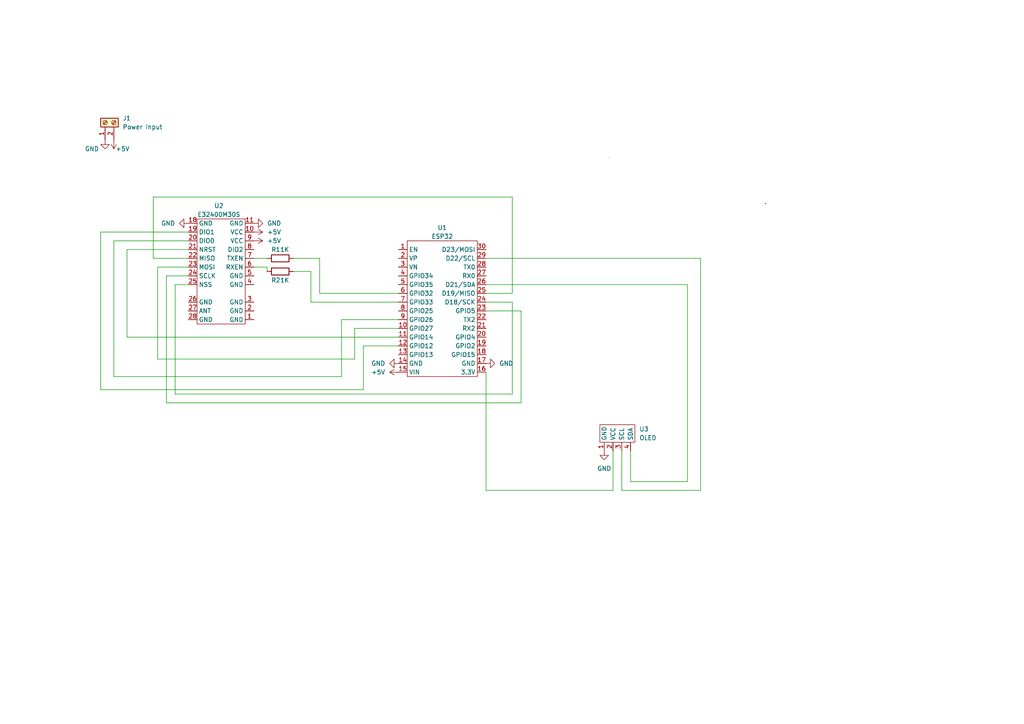
<source format=kicad_sch>
(kicad_sch (version 20211123) (generator eeschema)
  (paper "A4")
  (lib_symbols
    (symbol "Connector:Screw_Terminal_01x02" (pin_names (offset 1.016) hide)
      (property "Reference" "J" (at 0 2.54 0))
      (property "Value" "Screw_Terminal_01x02" (at 0 -5.08 0))
      (symbol "Screw_Terminal_01x02_1_1"
        (rectangle (start -1.27 1.27) (end 1.27 -3.81) (stroke (width 0.254)) (fill (type background)))
        (circle (center 0 -2.54) (radius 0.635) (stroke (width 0.1524)))
        (polyline (pts (xy -0.5334 -2.2098) (xy 0.3302 -3.048)) (stroke (width 0.1524)))
        (polyline (pts (xy -0.5334 0.3302) (xy 0.3302 -0.508)) (stroke (width 0.1524)))
        (polyline (pts (xy -0.3556 -2.032) (xy 0.508 -2.8702)) (stroke (width 0.1524)))
        (polyline (pts (xy -0.3556 0.508) (xy 0.508 -0.3302)) (stroke (width 0.1524)))
        (circle (center 0 0) (radius 0.635) (stroke (width 0.1524)))
        (pin passive line (at -5.08 0 0) (length 3.81) (name "Pin_1") (number "1"))
        (pin passive line (at -5.08 -2.54 0) (length 3.81) (name "Pin_2") (number "2"))
      )
    )
    (symbol "Device:R" (pin_numbers hide) (pin_names (offset 0))
      (property "Reference" "R" (at 2.032 0 90))
      (property "Value" "R" (at 0 0 90))
      (symbol "R_0_1"
        (rectangle (start -1.016 -2.54) (end 1.016 2.54) (stroke (width 0.254)))
      )
      (symbol "R_1_1"
        (pin passive line (at 0 3.81 270) (length 1.27) (name "~") (number "1"))
        (pin passive line (at 0 -3.81 90) (length 1.27) (name "~") (number "2"))
      )
    )
    (symbol "TinyGS:E32400M30S"
      (property "Reference" "U" (at 0 15.24 0))
      (property "Value" "E32400M30S" (at 0 -17.78 0))
      (symbol "E32400M30S_0_1"
        (rectangle (start -6.35 13.97) (end 7.62 -16.51))
        (rectangle (start 113.03 31.75) (end 113.03 31.75))
      )
      (symbol "E32400M30S_1_1"
        (pin input line (at 10.16 -15.24 180) (length 2.54) (name "GND") (number "1"))
        (pin power_in line (at 10.16 10.16 180) (length 2.54) (name "VCC") (number "10"))
        (pin input line (at 10.16 12.7 180) (length 2.54) (name "GND") (number "11"))
        (pin input line (at -8.89 12.7 0) (length 2.54) (name "GND") (number "18"))
        (pin bidirectional line (at -8.89 10.16 0) (length 2.54) (name "DIO1") (number "19"))
        (pin input line (at 10.16 -12.7 180) (length 2.54) (name "GND") (number "2"))
        (pin bidirectional line (at -8.89 7.62 0) (length 2.54) (name "DIO0") (number "20"))
        (pin input line (at -8.89 5.08 0) (length 2.54) (name "NRST") (number "21"))
        (pin output line (at -8.89 2.54 0) (length 2.54) (name "MISO") (number "22"))
        (pin input line (at -8.89 0 0) (length 2.54) (name "MOSI") (number "23"))
        (pin input line (at -8.89 -2.54 0) (length 2.54) (name "SCLK") (number "24"))
        (pin input line (at -8.89 -5.08 0) (length 2.54) (name "NSS") (number "25"))
        (pin input line (at -8.89 -10.16 0) (length 2.54) (name "GND") (number "26"))
        (pin input line (at -8.89 -12.7 0) (length 2.54) (name "ANT") (number "27"))
        (pin input line (at -8.89 -15.24 0) (length 2.54) (name "GND") (number "28"))
        (pin input line (at 10.16 -10.16 180) (length 2.54) (name "GND") (number "3"))
        (pin input line (at 10.16 -5.08 180) (length 2.54) (name "GND") (number "4"))
        (pin input line (at 10.16 -2.54 180) (length 2.54) (name "GND") (number "5"))
        (pin input line (at 10.16 0 180) (length 2.54) (name "RXEN") (number "6"))
        (pin input line (at 10.16 2.54 180) (length 2.54) (name "TXEN") (number "7"))
        (pin bidirectional line (at 10.16 5.08 180) (length 2.54) (name "DIO2") (number "8"))
        (pin power_in line (at 10.16 7.62 180) (length 2.54) (name "VCC") (number "9"))
      )
    )
    (symbol "TinyGS:ESP32"
      (property "Reference" "U" (at 8.89 1.27 0))
      (property "Value" "ESP32" (at 10.1092 -40.132 0))
      (symbol "ESP32_0_1"
        (rectangle (start 0 0) (end 20.32 -39.37))
        (rectangle (start 103.9368 10.8204) (end 103.9368 10.8204))
        (rectangle (start 103.9368 10.8204) (end 103.9368 10.8204))
        (rectangle (start 103.9368 10.8204) (end 103.9368 10.8204))
        (rectangle (start 103.9368 10.8204) (end 103.9368 10.8204))
        (rectangle (start 103.9368 10.8204) (end 103.9368 10.8204))
        (rectangle (start 103.9368 10.8204) (end 103.9368 10.8204))
        (rectangle (start 103.9368 10.8204) (end 103.9368 10.8204))
        (rectangle (start 103.9368 10.8204) (end 103.9368 10.8204))
        (rectangle (start 103.9368 10.8204) (end 103.9368 10.8204))
        (rectangle (start 103.9368 10.8204) (end 103.9368 10.8204))
        (rectangle (start 103.9368 10.8204) (end 103.9368 10.8204) (fill (type outline)))
      )
      (symbol "ESP32_1_1"
        (pin input line (at -2.54 -2.54 0) (length 2.54) (name "EN") (number "1"))
        (pin bidirectional line (at -2.54 -25.4 0) (length 2.54) (name "GPIO27") (number "10"))
        (pin bidirectional line (at -2.54 -27.94 0) (length 2.54) (name "GPIO14") (number "11"))
        (pin bidirectional line (at -2.54 -30.48 0) (length 2.54) (name "GPIO12") (number "12"))
        (pin bidirectional line (at -2.54 -33.02 0) (length 2.54) (name "GPIO13") (number "13"))
        (pin input line (at -2.54 -35.56 0) (length 2.54) (name "GND") (number "14"))
        (pin power_in line (at -2.54 -38.1 0) (length 2.54) (name "VIN") (number "15"))
        (pin power_out line (at 22.86 -38.1 180) (length 2.54) (name "3.3V") (number "16"))
        (pin input line (at 22.86 -35.56 180) (length 2.54) (name "GND") (number "17"))
        (pin bidirectional line (at 22.86 -33.02 180) (length 2.54) (name "GPIO15") (number "18"))
        (pin bidirectional line (at 22.86 -30.48 180) (length 2.54) (name "GPIO2") (number "19"))
        (pin input line (at -2.54 -5.08 0) (length 2.54) (name "VP") (number "2"))
        (pin bidirectional line (at 22.86 -27.94 180) (length 2.54) (name "GPIO4") (number "20"))
        (pin input line (at 22.86 -25.4 180) (length 2.54) (name "RX2") (number "21"))
        (pin output line (at 22.86 -22.86 180) (length 2.54) (name "TX2") (number "22"))
        (pin bidirectional line (at 22.86 -20.32 180) (length 2.54) (name "GPIO5") (number "23"))
        (pin bidirectional line (at 22.86 -17.78 180) (length 2.54) (name "D18/SCK") (number "24"))
        (pin input line (at 22.86 -15.24 180) (length 2.54) (name "D19/MISO") (number "25"))
        (pin bidirectional line (at 22.86 -12.7 180) (length 2.54) (name "D21/SDA") (number "26"))
        (pin input line (at 22.86 -10.16 180) (length 2.54) (name "RX0") (number "27"))
        (pin output line (at 22.86 -7.62 180) (length 2.54) (name "TX0") (number "28"))
        (pin output line (at 22.86 -5.08 180) (length 2.54) (name "D22/SCL") (number "29"))
        (pin input line (at -2.54 -7.62 0) (length 2.54) (name "VN") (number "3"))
        (pin output line (at 22.86 -2.54 180) (length 2.54) (name "D23/MOSI") (number "30"))
        (pin bidirectional line (at -2.54 -10.16 0) (length 2.54) (name "GPIO34") (number "4"))
        (pin bidirectional line (at -2.54 -12.7 0) (length 2.54) (name "GPIO35") (number "5"))
        (pin bidirectional line (at -2.54 -15.24 0) (length 2.54) (name "GPIO32") (number "6"))
        (pin bidirectional line (at -2.54 -17.78 0) (length 2.54) (name "GPIO33") (number "7"))
        (pin bidirectional line (at -2.54 -20.32 0) (length 2.54) (name "GPIO25") (number "8"))
        (pin bidirectional line (at -2.54 -22.86 0) (length 2.54) (name "GPIO26") (number "9"))
      )
    )
    (symbol "TinyGS:OLED"
      (property "Reference" "U" (at 0 0 0))
      (property "Value" "OLED" (at 3.81 0 0))
      (symbol "OLED_0_1"
        (rectangle (start -1.27 -2.54) (end 8.89 -7.62))
      )
      (symbol "OLED_1_1"
        (pin input line (at 0 -10.16 90) (length 2.54) (name "GND") (number "1"))
        (pin power_in line (at 2.54 -10.16 90) (length 2.54) (name "VCC") (number "2"))
        (pin input line (at 5.08 -10.16 90) (length 2.54) (name "SCL") (number "3"))
        (pin bidirectional line (at 7.62 -10.16 90) (length 2.54) (name "SDA") (number "4"))
      )
    )
    (symbol "power:+5V" (power) (pin_names (offset 0))
      (property "Value" "+5V" (at 0 3.556 0))
      (symbol "+5V_0_1"
        (polyline (pts (xy -0.762 1.27) (xy 0 2.54)))
        (polyline (pts (xy 0 0) (xy 0 2.54)))
        (polyline (pts (xy 0 2.54) (xy 0.762 1.27)))
      )
      (symbol "+5V_1_1"
        (pin power_in line (at 0 0 90) (length 0) hide (name "+5V") (number "1"))
      )
    )
    (symbol "power:GND" (power) (pin_names (offset 0))
      (property "Value" "GND" (at 0 -3.81 0))
      (symbol "GND_0_1"
        (polyline (pts (xy 0 0) (xy 0 -1.27) (xy 1.27 -1.27) (xy 0 -2.54) (xy -1.27 -1.27) (xy 0 -1.27)))
      )
      (symbol "GND_1_1"
        (pin power_in line (at 0 0 270) (length 0) hide (name "GND") (number "1"))
      )
    )
  )
  (wire (pts (xy 148.59 57.15) (xy 44.45 57.15)))
  (wire (pts (xy 54.61 72.39) (xy 36.83 72.39)))
  (wire (pts (xy 115.57 92.71) (xy 99.06 92.71)))
  (wire (pts (xy 50.8 114.3) (xy 148.59 114.3)))
  (wire (pts (xy 45.72 77.47) (xy 54.61 77.47)))
  (wire (pts (xy 73.66 74.93) (xy 77.47 74.93)))
  (wire (pts (xy 199.39 82.55) (xy 140.97 82.55)))
  (wire (pts (xy 73.66 77.47) (xy 77.47 77.47)))
  (wire (pts (xy 151.13 116.84) (xy 48.26 116.84)))
  (wire (pts (xy 105.41 113.03) (xy 105.41 100.33)))
  (wire (pts (xy 148.59 114.3) (xy 148.59 87.63)))
  (wire (pts (xy 54.61 82.55) (xy 50.8 82.55)))
  (wire (pts (xy 92.71 85.09) (xy 115.57 85.09)))
  (wire (pts (xy 140.97 107.95) (xy 140.97 142.24)))
  (wire (pts (xy 151.13 90.17) (xy 151.13 116.84)))
  (wire (pts (xy 199.39 139.7) (xy 199.39 82.55)))
  (wire (pts (xy 182.88 139.7) (xy 199.39 139.7)))
  (wire (pts (xy 48.26 116.84) (xy 48.26 80.01)))
  (wire (pts (xy 140.97 90.17) (xy 151.13 90.17)))
  (wire (pts (xy 148.59 87.63) (xy 140.97 87.63)))
  (wire (pts (xy 85.09 74.93) (xy 92.71 74.93)))
  (wire (pts (xy 48.26 80.01) (xy 54.61 80.01)))
  (wire (pts (xy 33.02 69.85) (xy 54.61 69.85)))
  (wire (pts (xy 50.8 82.55) (xy 50.8 114.3)))
  (wire (pts (xy 102.87 104.14) (xy 45.72 104.14)))
  (wire (pts (xy 54.61 67.31) (xy 29.21 67.31)))
  (wire (pts (xy 77.47 77.47) (xy 77.47 78.74)))
  (wire (pts (xy 115.57 95.25) (xy 102.87 95.25)))
  (wire (pts (xy 140.97 85.09) (xy 148.59 85.09)))
  (wire (pts (xy 102.87 95.25) (xy 102.87 104.14)))
  (wire (pts (xy 92.71 74.93) (xy 92.71 85.09)))
  (wire (pts (xy 36.83 97.79) (xy 115.57 97.79)))
  (wire (pts (xy 203.2 142.24) (xy 180.34 142.24)))
  (wire (pts (xy 44.45 57.15) (xy 44.45 74.93)))
  (wire (pts (xy 99.06 109.22) (xy 33.02 109.22)))
  (wire (pts (xy 105.41 100.33) (xy 115.57 100.33)))
  (wire (pts (xy 90.17 87.63) (xy 115.57 87.63)))
  (wire (pts (xy 203.2 74.93) (xy 203.2 142.24)))
  (wire (pts (xy 33.02 109.22) (xy 33.02 69.85)))
  (wire (pts (xy 36.83 72.39) (xy 36.83 97.79)))
  (wire (pts (xy 29.21 67.31) (xy 29.21 113.03)))
  (wire (pts (xy 45.72 104.14) (xy 45.72 77.47)))
  (wire (pts (xy 148.59 85.09) (xy 148.59 57.15)))
  (wire (pts (xy 44.45 74.93) (xy 54.61 74.93)))
  (wire (pts (xy 177.8 142.24) (xy 177.8 130.81)))
  (wire (pts (xy 90.17 78.74) (xy 90.17 87.63)))
  (wire (pts (xy 182.88 130.81) (xy 182.88 139.7)))
  (wire (pts (xy 29.21 113.03) (xy 105.41 113.03)))
  (wire (pts (xy 140.97 142.24) (xy 177.8 142.24)))
  (wire (pts (xy 140.97 74.93) (xy 203.2 74.93)))
  (wire (pts (xy 180.34 142.24) (xy 180.34 130.81)))
  (wire (pts (xy 85.09 78.74) (xy 90.17 78.74)))
  (wire (pts (xy 99.06 92.71) (xy 99.06 109.22)))
  (symbol (lib_id "power:GND") (at 175.26 130.81 0) (unit 1)
    (property "Reference" "#PWR0110" (effects hide))
    (property "Value" "GND" (at 175.26 135.89 0))
  )
  (symbol (lib_id "TinyGS:ESP32") (at 118.11 69.85 0) (unit 1)
    (property "Reference" "U1" (at 128.27 66.04 0))
    (property "Value" "ESP32" (at 128.27 68.58 0))
    (property "Footprint" "TinyGS:ESP32" (effects hide))
  )
  (symbol (lib_id "power:GND") (at 30.48 40.64 0) (unit 1)
    (property "Reference" "#PWR0101" (effects hide))
    (property "Value" "GND" (at 26.67 43.18 0))
  )
  (symbol (lib_id "TinyGS:OLED") (at 175.26 120.65 0) (unit 1)
    (property "Reference" "U3" (at 185.42 124.4599 0) (effects (justify left)))
    (property "Value" "OLED" (at 185.42 126.9999 0) (effects (justify left)))
    (property "Footprint" "TinyGS:OLED" (effects hide))
  )
  (symbol (lib_id "power:GND") (at 73.66 64.77 90) (unit 1)
    (property "Reference" "#PWR0105" (effects hide))
    (property "Value" "GND" (at 77.47 64.7699 90) (effects (justify right)))
  )
  (symbol (lib_id "power:GND") (at 140.97 105.41 90) (unit 1)
    (property "Reference" "#PWR0109" (effects hide))
    (property "Value" "GND" (at 144.78 105.4099 90) (effects (justify right)))
  )
  (symbol (lib_id "power:+5V") (at 115.57 107.95 90) (unit 1)
    (property "Reference" "#PWR0107" (effects hide))
    (property "Value" "+5V" (at 111.76 107.9499 90) (effects (justify left)))
  )
  (symbol (lib_id "TinyGS:E32400M30S") (at 63.5 77.47 0) (unit 1)
    (property "Reference" "U2" (at 63.5 59.69 0))
    (property "Value" "E32400M30S" (at 63.5 62.23 0))
    (property "Footprint" "TinyGS:E32400M" (effects hide))
  )
  (symbol (lib_id "power:GND") (at 115.57 105.41 270) (unit 1)
    (property "Reference" "#PWR0108" (effects hide))
    (property "Value" "GND" (at 111.76 105.4099 90) (effects (justify right)))
  )
  (symbol (lib_id "power:+5V") (at 33.02 40.64 180) (unit 1)
    (property "Reference" "#PWR0102" (effects hide))
    (property "Value" "+5V" (at 35.56 43.18 0))
  )
  (symbol (lib_id "Device:R") (at 81.28 74.93 90) (unit 1)
    (property "Reference" "R1" (at 80.01 72.39 90))
    (property "Value" "1K" (at 82.55 72.39 90))
    (property "Footprint" "Resistor_THT:R_Axial_DIN0207_L6.3mm_D2.5mm_P10.16mm_Horizontal" (effects hide))
  )
  (symbol (lib_id "Connector:Screw_Terminal_01x02") (at 30.48 35.56 90) (unit 1)
    (property "Reference" "J1" (at 35.56 34.2899 90) (effects (justify right)))
    (property "Value" "Power Input" (at 35.56 36.8299 90) (effects (justify right)))
    (property "Footprint" "TerminalBlock_4Ucon:TerminalBlock_4Ucon_1x02_P3.50mm_Horizontal" (effects hide))
  )
  (symbol (lib_id "power:+5V") (at 73.66 67.31 270) (unit 1)
    (property "Reference" "#PWR0104" (effects hide))
    (property "Value" "+5V" (at 77.47 67.3099 90) (effects (justify left)))
  )
  (symbol (lib_id "power:GND") (at 54.61 64.77 270) (unit 1)
    (property "Reference" "#PWR0103" (effects hide))
    (property "Value" "GND" (at 50.8 64.7699 90) (effects (justify right)))
  )
  (symbol (lib_id "Device:R") (at 81.28 78.74 90) (unit 1)
    (property "Reference" "R2" (at 80.01 81.28 90))
    (property "Value" "1K" (at 82.55 81.28 90))
    (property "Footprint" "Resistor_THT:R_Axial_DIN0207_L6.3mm_D2.5mm_P10.16mm_Horizontal" (effects hide))
  )
  (symbol (lib_id "power:+5V") (at 73.66 69.85 270) (unit 1)
    (property "Reference" "#PWR0106" (effects hide))
    (property "Value" "+5V" (at 77.47 69.8499 90) (effects (justify left)))
  )
)
</source>
